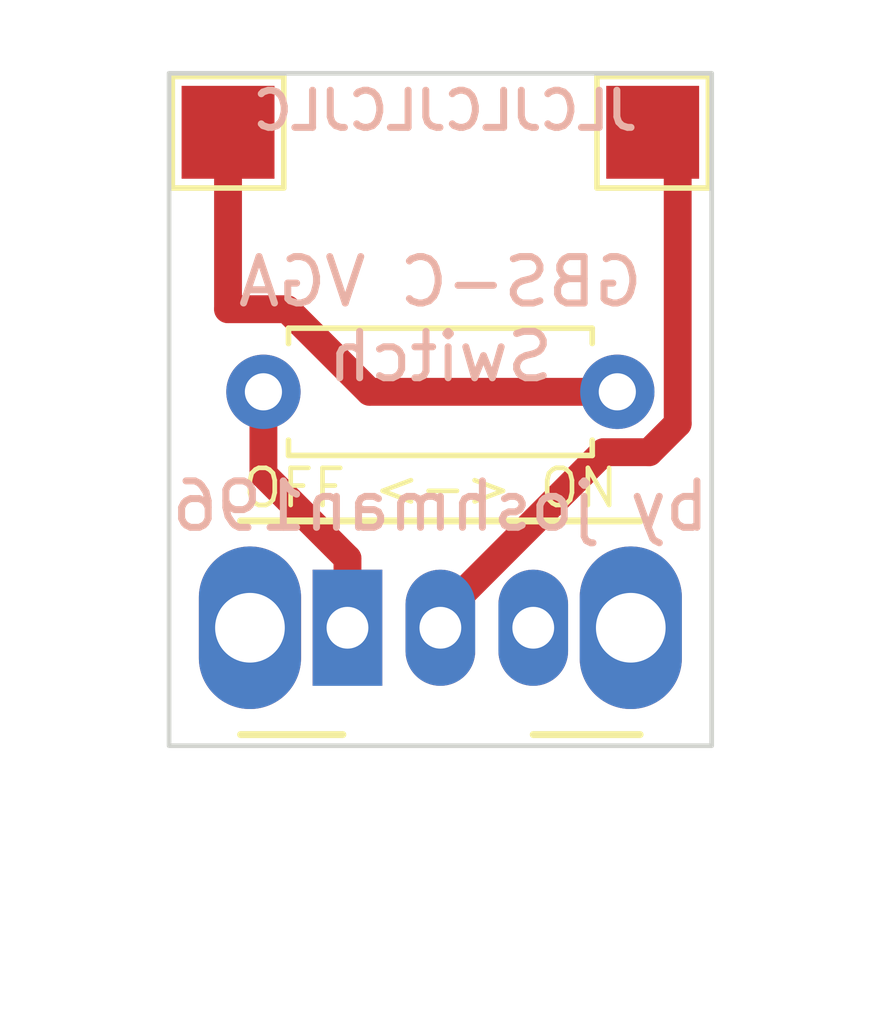
<source format=kicad_pcb>
(kicad_pcb (version 20221018) (generator pcbnew)
  (layers (0 "F.Cu" signal) (31 "B.Cu" signal) (34 "B.Paste" user) (35 "F.Paste" user) (36 "B.SilkS" user "B.Silkscreen") (37 "F.SilkS" user "F.Silkscreen") (38 "B.Mask" user) (39 "F.Mask" user) (44 "Edge.Cuts" user))
  (net 0 "")
  (net 1 "Net-(J1-Pin_1)")
  (net 2 "Net-(J2-Pin_1)")
  (net 3 "Net-(SW1-A)")
  (footprint "TestPoint:TestPoint_Pad_2.0x2.0mm" (layer "F.Cu") (at 133.096 90.932)
    (fp_text reference "J2" hide)
    (fp_text value "1")
    (fp_line (start -1.2 -1.2) (end 1.2 -1.2) (stroke (width 0.12)) (layer "F.SilkS"))
    (fp_line (start -1.2 1.2) (end -1.2 -1.2) (stroke (width 0.12)) (layer "F.SilkS"))
    (fp_line (start 1.2 -1.2) (end 1.2 1.2) (stroke (width 0.12)) (layer "F.SilkS"))
    (fp_line (start 1.2 1.2) (end -1.2 1.2) (stroke (width 0.12)) (layer "F.SilkS"))
    (pad "1" smd rect (at 0 0) (size 2 2) (layers "F.Cu" "F.Mask") (net 2 "Net-(J2-Pin_1)"))
  )
  (footprint "MountingHole:MountingHole_2.2mm_M2" (layer "F.Cu") (at 137.668 92.202)
    (fp_text reference "REF**" hide)
    (fp_text value "MountingHole_2.2mm_M2")
    (pad "" np_thru_hole circle (at 0 0) (size 2.2 2.2) (drill 2.2) (layers "*.Cu" "*.Mask"))
  )
  (footprint "Button_Switch_THT:SW_CuK_OS102011MA1QN1_SPDT_Angled" (layer "F.Cu") (at 135.668 101.6)
    (fp_text reference "SW1" hide)
    (fp_text value "SW_SPDT")
    (fp_line (start -2.3 -2.3) (end 6.3 -2.3) (stroke (width 0.15)) (layer "F.SilkS"))
    (fp_line (start -2.3 2.3) (end -0.1 2.3) (stroke (width 0.15)) (layer "F.SilkS"))
    (fp_line (start 4 2.3) (end 6.3 2.3) (stroke (width 0.15)) (layer "F.SilkS"))
    (pad "" thru_hole oval (at -2.1 0) (size 2.2 3.5) (drill 1.5) (layers "*.Cu" "*.Mask"))
    (pad "" thru_hole oval (at 6.1 0) (size 2.2 3.5) (drill 1.5) (layers "*.Cu" "*.Mask"))
    (pad "1" thru_hole rect (at 0 0) (size 1.5 2.5) (drill 0.9) (layers "*.Cu" "*.Mask") (net 3 "Net-(SW1-A)"))
    (pad "2" thru_hole oval (at 2 0) (size 1.5 2.5) (drill 0.9) (layers "*.Cu" "*.Mask") (net 1 "Net-(J1-Pin_1)"))
    (pad "3" thru_hole oval (at 4 0) (size 1.5 2.5) (drill 0.9) (layers "*.Cu" "*.Mask"))
  )
  (footprint "TestPoint:TestPoint_Pad_2.0x2.0mm" (layer "F.Cu") (at 142.24 90.932)
    (fp_text reference "J1" hide)
    (fp_text value "2")
    (fp_line (start -1.2 -1.2) (end 1.2 -1.2) (stroke (width 0.12)) (layer "F.SilkS"))
    (fp_line (start -1.2 1.2) (end -1.2 -1.2) (stroke (width 0.12)) (layer "F.SilkS"))
    (fp_line (start 1.2 -1.2) (end 1.2 1.2) (stroke (width 0.12)) (layer "F.SilkS"))
    (fp_line (start 1.2 1.2) (end -1.2 1.2) (stroke (width 0.12)) (layer "F.SilkS"))
    (pad "1" smd rect (at 0 0) (size 2 2) (layers "F.Cu" "F.Mask") (net 1 "Net-(J1-Pin_1)"))
  )
  (footprint "Resistor_THT:R_Axial_DIN0207_L6.3mm_D2.5mm_P7.62mm_Horizontal" (layer "F.Cu") (at 141.478 96.52 180)
    (fp_text reference "R1" hide)
    (fp_text value "100R")
    (fp_line (start 0.54 -1.37) (end 7.08 -1.37) (stroke (width 0.12)) (layer "F.SilkS"))
    (fp_line (start 0.54 -1.04) (end 0.54 -1.37) (stroke (width 0.12)) (layer "F.SilkS"))
    (fp_line (start 0.54 1.04) (end 0.54 1.37) (stroke (width 0.12)) (layer "F.SilkS"))
    (fp_line (start 0.54 1.37) (end 7.08 1.37) (stroke (width 0.12)) (layer "F.SilkS"))
    (fp_line (start 7.08 -1.37) (end 7.08 -1.04) (stroke (width 0.12)) (layer "F.SilkS"))
    (fp_line (start 7.08 1.37) (end 7.08 1.04) (stroke (width 0.12)) (layer "F.SilkS"))
    (pad "1" thru_hole circle (at 0 0 180) (size 1.6 1.6) (drill 0.8) (layers "*.Cu" "*.Mask") (net 2 "Net-(J2-Pin_1)"))
    (pad "2" thru_hole oval (at 7.62 0 180) (size 1.6 1.6) (drill 0.8) (layers "*.Cu" "*.Mask") (net 3 "Net-(SW1-A)"))
  )
  (gr_rect (start 131.826 89.662) (end 143.51 104.14) (stroke (width 0.1)) (fill none) (layer "Edge.Cuts"))
  (gr_text "GBS-C VGA\nSwitch\n\nby joshman196" (at 137.668 99.568) (layer "B.SilkS") (effects (font (size 1 1)) (justify bottom mirror)))
  (gr_text "JLCJLCJLCJLC" (at 141.986 90.932) (layer "B.SilkS") (effects (font (size 0.8 0.8)) (justify left bottom mirror)))
  (gr_text "OFF <-> ON" (at 133.35 99.06) (layer "F.SilkS") (effects (font (size 0.8 0.8) (thickness 0.1)) (justify left bottom)))
  (segment (start 142.164 97.82) (end 142.778 97.206) (width 0.6) (layer "F.Cu") (net 1))
  (segment (start 141.180233 97.82) (end 142.164 97.82) (width 0.6) (layer "F.Cu") (net 1))
  (segment (start 137.668 101.332233) (end 141.180233 97.82) (width 0.6) (layer "F.Cu") (net 1))
  (segment (start 142.778 91.47) (end 142.24 90.932) (width 0.6) (layer "F.Cu") (net 1))
  (segment (start 137.668 101.6) (end 137.668 101.332233) (width 0.6) (layer "F.Cu") (net 1))
  (segment (start 142.778 97.206) (end 142.778 91.47) (width 0.6) (layer "F.Cu") (net 1))
  (segment (start 141.478 96.52) (end 136.144 96.52) (width 0.6) (layer "F.Cu") (net 2))
  (segment (start 133.096 94.742) (end 133.096 90.932) (width 0.6) (layer "F.Cu") (net 2))
  (segment (start 134.366 94.742) (end 133.096 94.742) (width 0.6) (layer "F.Cu") (net 2))
  (segment (start 136.144 96.52) (end 134.366 94.742) (width 0.6) (layer "F.Cu") (net 2))
  (segment (start 133.858 98.298) (end 133.858 96.52) (width 0.6) (layer "F.Cu") (net 3))
  (segment (start 135.668 100.108) (end 133.858 98.298) (width 0.6) (layer "F.Cu") (net 3))
  (segment (start 135.668 101.6) (end 135.668 100.108) (width 0.6) (layer "F.Cu") (net 3))
)
</source>
